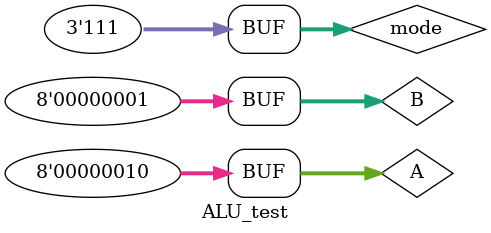
<source format=v>
`timescale 1ns / 1ps


module ALU_test;

	// Inputs
	reg [7:0] A;
	reg [7:0] B;
	reg [2:0] mode;

	// Outputs
	wire [7:0] out;

	// Instantiate the Unit Under Test (UUT)
	ALU uut (
		.A(A), 
		.B(B), 
		.out(out), 
		.mode(mode)
	);

	initial begin
		// Initialize Inputs
		A = 0;
		B = 0;
		mode = 0;

		// Wait 100 ns for global reset to finish
		#100;
        
		// Add stimulus here
		A=8'b00000010; B=8'b00000001;
		
				mode=000;
		#10;	mode=001;
		#10;	mode=010;
		#10;	mode=011;
		#10;	mode=100;
		#10;	mode=101;
		#10;	mode=110;
		#10;	mode=111;
		
		
	end
      
endmodule


</source>
